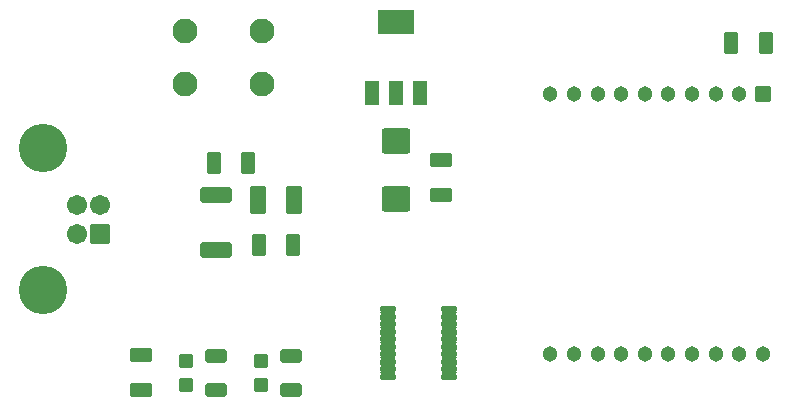
<source format=gbr>
G04 #@! TF.GenerationSoftware,KiCad,Pcbnew,6.0.9-8da3e8f707~117~ubuntu20.04.1*
G04 #@! TF.CreationDate,2022-12-12T10:08:11+01:00*
G04 #@! TF.ProjectId,Adaptateur,41646170-7461-4746-9575-722e6b696361,rev?*
G04 #@! TF.SameCoordinates,Original*
G04 #@! TF.FileFunction,Soldermask,Top*
G04 #@! TF.FilePolarity,Negative*
%FSLAX46Y46*%
G04 Gerber Fmt 4.6, Leading zero omitted, Abs format (unit mm)*
G04 Created by KiCad (PCBNEW 6.0.9-8da3e8f707~117~ubuntu20.04.1) date 2022-12-12 10:08:11*
%MOMM*%
%LPD*%
G01*
G04 APERTURE LIST*
G04 Aperture macros list*
%AMRoundRect*
0 Rectangle with rounded corners*
0 $1 Rounding radius*
0 $2 $3 $4 $5 $6 $7 $8 $9 X,Y pos of 4 corners*
0 Add a 4 corners polygon primitive as box body*
4,1,4,$2,$3,$4,$5,$6,$7,$8,$9,$2,$3,0*
0 Add four circle primitives for the rounded corners*
1,1,$1+$1,$2,$3*
1,1,$1+$1,$4,$5*
1,1,$1+$1,$6,$7*
1,1,$1+$1,$8,$9*
0 Add four rect primitives between the rounded corners*
20,1,$1+$1,$2,$3,$4,$5,0*
20,1,$1+$1,$4,$5,$6,$7,0*
20,1,$1+$1,$6,$7,$8,$9,0*
20,1,$1+$1,$8,$9,$2,$3,0*%
G04 Aperture macros list end*
%ADD10RoundRect,0.051000X-0.800000X0.800000X-0.800000X-0.800000X0.800000X-0.800000X0.800000X0.800000X0*%
%ADD11C,1.702000*%
%ADD12C,4.102000*%
%ADD13RoundRect,0.301000X-0.325000X-0.650000X0.325000X-0.650000X0.325000X0.650000X-0.325000X0.650000X0*%
%ADD14RoundRect,0.301000X-0.412500X-0.925000X0.412500X-0.925000X0.412500X0.925000X-0.412500X0.925000X0*%
%ADD15RoundRect,0.301000X0.650000X-0.325000X0.650000X0.325000X-0.650000X0.325000X-0.650000X-0.325000X0*%
%ADD16RoundRect,0.301000X0.325000X0.650000X-0.325000X0.650000X-0.325000X-0.650000X0.325000X-0.650000X0*%
%ADD17RoundRect,0.301000X-0.925000X0.787500X-0.925000X-0.787500X0.925000X-0.787500X0.925000X0.787500X0*%
%ADD18RoundRect,0.051000X-0.500000X0.500000X-0.500000X-0.500000X0.500000X-0.500000X0.500000X0.500000X0*%
%ADD19RoundRect,0.301000X-1.075000X0.362500X-1.075000X-0.362500X1.075000X-0.362500X1.075000X0.362500X0*%
%ADD20RoundRect,0.301000X0.625000X-0.312500X0.625000X0.312500X-0.625000X0.312500X-0.625000X-0.312500X0*%
%ADD21RoundRect,0.301000X-0.650000X0.325000X-0.650000X-0.325000X0.650000X-0.325000X0.650000X0.325000X0*%
%ADD22C,2.102000*%
%ADD23RoundRect,0.051000X0.600000X0.200000X-0.600000X0.200000X-0.600000X-0.200000X0.600000X-0.200000X0*%
%ADD24RoundRect,0.051000X-0.600000X0.600000X-0.600000X-0.600000X0.600000X-0.600000X0.600000X0.600000X0*%
%ADD25C,1.302000*%
%ADD26RoundRect,0.051000X0.500000X-1.000000X0.500000X1.000000X-0.500000X1.000000X-0.500000X-1.000000X0*%
%ADD27RoundRect,0.051000X1.500000X-1.000000X1.500000X1.000000X-1.500000X1.000000X-1.500000X-1.000000X0*%
G04 APERTURE END LIST*
D10*
X68000000Y-92000000D03*
D11*
X68000000Y-89500000D03*
X66000000Y-89500000D03*
X66000000Y-92000000D03*
D12*
X63140000Y-84750000D03*
X63140000Y-96750000D03*
D13*
X81385000Y-92950000D03*
X84335000Y-92950000D03*
X77575000Y-85965000D03*
X80525000Y-85965000D03*
D14*
X81322500Y-89140000D03*
X84397500Y-89140000D03*
D15*
X96830000Y-88710000D03*
X96830000Y-85760000D03*
D16*
X124340000Y-75805000D03*
X121390000Y-75805000D03*
D17*
X93020000Y-84137500D03*
X93020000Y-89062500D03*
D18*
X75240000Y-102745000D03*
X75240000Y-104745000D03*
X81590000Y-102745000D03*
X81590000Y-104745000D03*
D19*
X77780000Y-88732500D03*
X77780000Y-93357500D03*
D20*
X77780000Y-105207500D03*
X77780000Y-102282500D03*
X84130000Y-105207500D03*
X84130000Y-102282500D03*
D21*
X71430000Y-102233500D03*
X71430000Y-105183500D03*
D22*
X75165000Y-74825000D03*
X81665000Y-74825000D03*
X81665000Y-79325000D03*
X75165000Y-79325000D03*
D23*
X97525000Y-104062500D03*
X97525000Y-103427500D03*
X97525000Y-102792500D03*
X97525000Y-102157500D03*
X97525000Y-101522500D03*
X97525000Y-100887500D03*
X97525000Y-100252500D03*
X97525000Y-99617500D03*
X97525000Y-98982500D03*
X97525000Y-98347500D03*
X92325000Y-98347500D03*
X92325000Y-98982500D03*
X92325000Y-99617500D03*
X92325000Y-100252500D03*
X92325000Y-100887500D03*
X92325000Y-101522500D03*
X92325000Y-102157500D03*
X92325000Y-102792500D03*
X92325000Y-103427500D03*
X92325000Y-104062500D03*
D24*
X124080000Y-80140000D03*
D25*
X122080000Y-80140000D03*
X120080000Y-80140000D03*
X118080000Y-80140000D03*
X116080000Y-80140000D03*
X114080000Y-80140000D03*
X112080000Y-80140000D03*
X110080000Y-80140000D03*
X108080000Y-80140000D03*
X106080000Y-80140000D03*
X106080000Y-102140000D03*
X108080000Y-102140000D03*
X110080000Y-102140000D03*
X112080000Y-102140000D03*
X114080000Y-102140000D03*
X116080000Y-102140000D03*
X118080000Y-102140000D03*
X120080000Y-102140000D03*
X122080000Y-102140000D03*
X124080000Y-102140000D03*
D26*
X91020000Y-80075000D03*
D27*
X93020000Y-74075000D03*
D26*
X93020000Y-80075000D03*
X95020000Y-80075000D03*
G36*
X96895267Y-103665386D02*
G01*
X96906262Y-103672733D01*
X96925199Y-103676500D01*
X98124801Y-103676500D01*
X98143738Y-103672733D01*
X98154733Y-103665386D01*
X98156729Y-103665255D01*
X98157840Y-103666918D01*
X98157507Y-103668160D01*
X98151985Y-103676425D01*
X98131205Y-103742789D01*
X98151994Y-103813589D01*
X98157507Y-103821840D01*
X98157638Y-103823836D01*
X98155975Y-103824947D01*
X98154733Y-103824614D01*
X98143738Y-103817267D01*
X98124801Y-103813500D01*
X96925199Y-103813500D01*
X96906262Y-103817267D01*
X96895267Y-103824614D01*
X96893271Y-103824745D01*
X96892160Y-103823082D01*
X96892493Y-103821840D01*
X96898015Y-103813575D01*
X96918795Y-103747211D01*
X96898006Y-103676411D01*
X96892493Y-103668160D01*
X96892362Y-103666164D01*
X96894025Y-103665053D01*
X96895267Y-103665386D01*
G37*
G36*
X91695267Y-103665386D02*
G01*
X91706262Y-103672733D01*
X91725199Y-103676500D01*
X92924801Y-103676500D01*
X92943738Y-103672733D01*
X92954733Y-103665386D01*
X92956729Y-103665255D01*
X92957840Y-103666918D01*
X92957507Y-103668160D01*
X92951985Y-103676425D01*
X92931205Y-103742789D01*
X92951994Y-103813589D01*
X92957507Y-103821840D01*
X92957638Y-103823836D01*
X92955975Y-103824947D01*
X92954733Y-103824614D01*
X92943738Y-103817267D01*
X92924801Y-103813500D01*
X91725199Y-103813500D01*
X91706262Y-103817267D01*
X91695267Y-103824614D01*
X91693271Y-103824745D01*
X91692160Y-103823082D01*
X91692493Y-103821840D01*
X91698015Y-103813575D01*
X91718795Y-103747211D01*
X91698006Y-103676411D01*
X91692493Y-103668160D01*
X91692362Y-103666164D01*
X91694025Y-103665053D01*
X91695267Y-103665386D01*
G37*
G36*
X96895267Y-103030386D02*
G01*
X96906262Y-103037733D01*
X96925199Y-103041500D01*
X98124801Y-103041500D01*
X98143738Y-103037733D01*
X98154733Y-103030386D01*
X98156729Y-103030255D01*
X98157840Y-103031918D01*
X98157507Y-103033160D01*
X98151985Y-103041425D01*
X98131205Y-103107789D01*
X98151994Y-103178589D01*
X98157507Y-103186840D01*
X98157638Y-103188836D01*
X98155975Y-103189947D01*
X98154733Y-103189614D01*
X98143738Y-103182267D01*
X98124801Y-103178500D01*
X96925199Y-103178500D01*
X96906262Y-103182267D01*
X96895267Y-103189614D01*
X96893271Y-103189745D01*
X96892160Y-103188082D01*
X96892493Y-103186840D01*
X96898015Y-103178575D01*
X96918795Y-103112211D01*
X96898006Y-103041411D01*
X96892493Y-103033160D01*
X96892362Y-103031164D01*
X96894025Y-103030053D01*
X96895267Y-103030386D01*
G37*
G36*
X91695267Y-103030386D02*
G01*
X91706262Y-103037733D01*
X91725199Y-103041500D01*
X92924801Y-103041500D01*
X92943738Y-103037733D01*
X92954733Y-103030386D01*
X92956729Y-103030255D01*
X92957840Y-103031918D01*
X92957507Y-103033160D01*
X92951985Y-103041425D01*
X92931205Y-103107789D01*
X92951994Y-103178589D01*
X92957507Y-103186840D01*
X92957638Y-103188836D01*
X92955975Y-103189947D01*
X92954733Y-103189614D01*
X92943738Y-103182267D01*
X92924801Y-103178500D01*
X91725199Y-103178500D01*
X91706262Y-103182267D01*
X91695267Y-103189614D01*
X91693271Y-103189745D01*
X91692160Y-103188082D01*
X91692493Y-103186840D01*
X91698015Y-103178575D01*
X91718795Y-103112211D01*
X91698006Y-103041411D01*
X91692493Y-103033160D01*
X91692362Y-103031164D01*
X91694025Y-103030053D01*
X91695267Y-103030386D01*
G37*
G36*
X96895267Y-102395386D02*
G01*
X96906262Y-102402733D01*
X96925199Y-102406500D01*
X98124801Y-102406500D01*
X98143738Y-102402733D01*
X98154733Y-102395386D01*
X98156729Y-102395255D01*
X98157840Y-102396918D01*
X98157507Y-102398160D01*
X98151985Y-102406425D01*
X98131205Y-102472789D01*
X98151994Y-102543589D01*
X98157507Y-102551840D01*
X98157638Y-102553836D01*
X98155975Y-102554947D01*
X98154733Y-102554614D01*
X98143738Y-102547267D01*
X98124801Y-102543500D01*
X96925199Y-102543500D01*
X96906262Y-102547267D01*
X96895267Y-102554614D01*
X96893271Y-102554745D01*
X96892160Y-102553082D01*
X96892493Y-102551840D01*
X96898015Y-102543575D01*
X96918795Y-102477211D01*
X96898006Y-102406411D01*
X96892493Y-102398160D01*
X96892362Y-102396164D01*
X96894025Y-102395053D01*
X96895267Y-102395386D01*
G37*
G36*
X91695267Y-102395386D02*
G01*
X91706262Y-102402733D01*
X91725199Y-102406500D01*
X92924801Y-102406500D01*
X92943738Y-102402733D01*
X92954733Y-102395386D01*
X92956729Y-102395255D01*
X92957840Y-102396918D01*
X92957507Y-102398160D01*
X92951985Y-102406425D01*
X92931205Y-102472789D01*
X92951994Y-102543589D01*
X92957507Y-102551840D01*
X92957638Y-102553836D01*
X92955975Y-102554947D01*
X92954733Y-102554614D01*
X92943738Y-102547267D01*
X92924801Y-102543500D01*
X91725199Y-102543500D01*
X91706262Y-102547267D01*
X91695267Y-102554614D01*
X91693271Y-102554745D01*
X91692160Y-102553082D01*
X91692493Y-102551840D01*
X91698015Y-102543575D01*
X91718795Y-102477211D01*
X91698006Y-102406411D01*
X91692493Y-102398160D01*
X91692362Y-102396164D01*
X91694025Y-102395053D01*
X91695267Y-102395386D01*
G37*
G36*
X91695267Y-101760386D02*
G01*
X91706262Y-101767733D01*
X91725199Y-101771500D01*
X92924801Y-101771500D01*
X92943738Y-101767733D01*
X92954733Y-101760386D01*
X92956729Y-101760255D01*
X92957840Y-101761918D01*
X92957507Y-101763160D01*
X92951985Y-101771425D01*
X92931205Y-101837789D01*
X92951994Y-101908589D01*
X92957507Y-101916840D01*
X92957638Y-101918836D01*
X92955975Y-101919947D01*
X92954733Y-101919614D01*
X92943738Y-101912267D01*
X92924801Y-101908500D01*
X91725199Y-101908500D01*
X91706262Y-101912267D01*
X91695267Y-101919614D01*
X91693271Y-101919745D01*
X91692160Y-101918082D01*
X91692493Y-101916840D01*
X91698015Y-101908575D01*
X91718795Y-101842211D01*
X91698006Y-101771411D01*
X91692493Y-101763160D01*
X91692362Y-101761164D01*
X91694025Y-101760053D01*
X91695267Y-101760386D01*
G37*
G36*
X96895267Y-101760386D02*
G01*
X96906262Y-101767733D01*
X96925199Y-101771500D01*
X98124801Y-101771500D01*
X98143738Y-101767733D01*
X98154733Y-101760386D01*
X98156729Y-101760255D01*
X98157840Y-101761918D01*
X98157507Y-101763160D01*
X98151985Y-101771425D01*
X98131205Y-101837789D01*
X98151994Y-101908589D01*
X98157507Y-101916840D01*
X98157638Y-101918836D01*
X98155975Y-101919947D01*
X98154733Y-101919614D01*
X98143738Y-101912267D01*
X98124801Y-101908500D01*
X96925199Y-101908500D01*
X96906262Y-101912267D01*
X96895267Y-101919614D01*
X96893271Y-101919745D01*
X96892160Y-101918082D01*
X96892493Y-101916840D01*
X96898015Y-101908575D01*
X96918795Y-101842211D01*
X96898006Y-101771411D01*
X96892493Y-101763160D01*
X96892362Y-101761164D01*
X96894025Y-101760053D01*
X96895267Y-101760386D01*
G37*
G36*
X96895267Y-101125386D02*
G01*
X96906262Y-101132733D01*
X96925199Y-101136500D01*
X98124801Y-101136500D01*
X98143738Y-101132733D01*
X98154733Y-101125386D01*
X98156729Y-101125255D01*
X98157840Y-101126918D01*
X98157507Y-101128160D01*
X98151985Y-101136425D01*
X98131205Y-101202789D01*
X98151994Y-101273589D01*
X98157507Y-101281840D01*
X98157638Y-101283836D01*
X98155975Y-101284947D01*
X98154733Y-101284614D01*
X98143738Y-101277267D01*
X98124801Y-101273500D01*
X96925199Y-101273500D01*
X96906262Y-101277267D01*
X96895267Y-101284614D01*
X96893271Y-101284745D01*
X96892160Y-101283082D01*
X96892493Y-101281840D01*
X96898015Y-101273575D01*
X96918795Y-101207211D01*
X96898006Y-101136411D01*
X96892493Y-101128160D01*
X96892362Y-101126164D01*
X96894025Y-101125053D01*
X96895267Y-101125386D01*
G37*
G36*
X91695267Y-101125386D02*
G01*
X91706262Y-101132733D01*
X91725199Y-101136500D01*
X92924801Y-101136500D01*
X92943738Y-101132733D01*
X92954733Y-101125386D01*
X92956729Y-101125255D01*
X92957840Y-101126918D01*
X92957507Y-101128160D01*
X92951985Y-101136425D01*
X92931205Y-101202789D01*
X92951994Y-101273589D01*
X92957507Y-101281840D01*
X92957638Y-101283836D01*
X92955975Y-101284947D01*
X92954733Y-101284614D01*
X92943738Y-101277267D01*
X92924801Y-101273500D01*
X91725199Y-101273500D01*
X91706262Y-101277267D01*
X91695267Y-101284614D01*
X91693271Y-101284745D01*
X91692160Y-101283082D01*
X91692493Y-101281840D01*
X91698015Y-101273575D01*
X91718795Y-101207211D01*
X91698006Y-101136411D01*
X91692493Y-101128160D01*
X91692362Y-101126164D01*
X91694025Y-101125053D01*
X91695267Y-101125386D01*
G37*
G36*
X96895267Y-100490386D02*
G01*
X96906262Y-100497733D01*
X96925199Y-100501500D01*
X98124801Y-100501500D01*
X98143738Y-100497733D01*
X98154733Y-100490386D01*
X98156729Y-100490255D01*
X98157840Y-100491918D01*
X98157507Y-100493160D01*
X98151985Y-100501425D01*
X98131205Y-100567789D01*
X98151994Y-100638589D01*
X98157507Y-100646840D01*
X98157638Y-100648836D01*
X98155975Y-100649947D01*
X98154733Y-100649614D01*
X98143738Y-100642267D01*
X98124801Y-100638500D01*
X96925199Y-100638500D01*
X96906262Y-100642267D01*
X96895267Y-100649614D01*
X96893271Y-100649745D01*
X96892160Y-100648082D01*
X96892493Y-100646840D01*
X96898015Y-100638575D01*
X96918795Y-100572211D01*
X96898006Y-100501411D01*
X96892493Y-100493160D01*
X96892362Y-100491164D01*
X96894025Y-100490053D01*
X96895267Y-100490386D01*
G37*
G36*
X91695267Y-100490386D02*
G01*
X91706262Y-100497733D01*
X91725199Y-100501500D01*
X92924801Y-100501500D01*
X92943738Y-100497733D01*
X92954733Y-100490386D01*
X92956729Y-100490255D01*
X92957840Y-100491918D01*
X92957507Y-100493160D01*
X92951985Y-100501425D01*
X92931205Y-100567789D01*
X92951994Y-100638589D01*
X92957507Y-100646840D01*
X92957638Y-100648836D01*
X92955975Y-100649947D01*
X92954733Y-100649614D01*
X92943738Y-100642267D01*
X92924801Y-100638500D01*
X91725199Y-100638500D01*
X91706262Y-100642267D01*
X91695267Y-100649614D01*
X91693271Y-100649745D01*
X91692160Y-100648082D01*
X91692493Y-100646840D01*
X91698015Y-100638575D01*
X91718795Y-100572211D01*
X91698006Y-100501411D01*
X91692493Y-100493160D01*
X91692362Y-100491164D01*
X91694025Y-100490053D01*
X91695267Y-100490386D01*
G37*
G36*
X96895267Y-99855386D02*
G01*
X96906262Y-99862733D01*
X96925199Y-99866500D01*
X98124801Y-99866500D01*
X98143738Y-99862733D01*
X98154733Y-99855386D01*
X98156729Y-99855255D01*
X98157840Y-99856918D01*
X98157507Y-99858160D01*
X98151985Y-99866425D01*
X98131205Y-99932789D01*
X98151994Y-100003589D01*
X98157507Y-100011840D01*
X98157638Y-100013836D01*
X98155975Y-100014947D01*
X98154733Y-100014614D01*
X98143738Y-100007267D01*
X98124801Y-100003500D01*
X96925199Y-100003500D01*
X96906262Y-100007267D01*
X96895267Y-100014614D01*
X96893271Y-100014745D01*
X96892160Y-100013082D01*
X96892493Y-100011840D01*
X96898015Y-100003575D01*
X96918795Y-99937211D01*
X96898006Y-99866411D01*
X96892493Y-99858160D01*
X96892362Y-99856164D01*
X96894025Y-99855053D01*
X96895267Y-99855386D01*
G37*
G36*
X91695267Y-99855386D02*
G01*
X91706262Y-99862733D01*
X91725199Y-99866500D01*
X92924801Y-99866500D01*
X92943738Y-99862733D01*
X92954733Y-99855386D01*
X92956729Y-99855255D01*
X92957840Y-99856918D01*
X92957507Y-99858160D01*
X92951985Y-99866425D01*
X92931205Y-99932789D01*
X92951994Y-100003589D01*
X92957507Y-100011840D01*
X92957638Y-100013836D01*
X92955975Y-100014947D01*
X92954733Y-100014614D01*
X92943738Y-100007267D01*
X92924801Y-100003500D01*
X91725199Y-100003500D01*
X91706262Y-100007267D01*
X91695267Y-100014614D01*
X91693271Y-100014745D01*
X91692160Y-100013082D01*
X91692493Y-100011840D01*
X91698015Y-100003575D01*
X91718795Y-99937211D01*
X91698006Y-99866411D01*
X91692493Y-99858160D01*
X91692362Y-99856164D01*
X91694025Y-99855053D01*
X91695267Y-99855386D01*
G37*
G36*
X96895267Y-99220386D02*
G01*
X96906262Y-99227733D01*
X96925199Y-99231500D01*
X98124801Y-99231500D01*
X98143738Y-99227733D01*
X98154733Y-99220386D01*
X98156729Y-99220255D01*
X98157840Y-99221918D01*
X98157507Y-99223160D01*
X98151985Y-99231425D01*
X98131205Y-99297789D01*
X98151994Y-99368589D01*
X98157507Y-99376840D01*
X98157638Y-99378836D01*
X98155975Y-99379947D01*
X98154733Y-99379614D01*
X98143738Y-99372267D01*
X98124801Y-99368500D01*
X96925199Y-99368500D01*
X96906262Y-99372267D01*
X96895267Y-99379614D01*
X96893271Y-99379745D01*
X96892160Y-99378082D01*
X96892493Y-99376840D01*
X96898015Y-99368575D01*
X96918795Y-99302211D01*
X96898006Y-99231411D01*
X96892493Y-99223160D01*
X96892362Y-99221164D01*
X96894025Y-99220053D01*
X96895267Y-99220386D01*
G37*
G36*
X91695267Y-99220386D02*
G01*
X91706262Y-99227733D01*
X91725199Y-99231500D01*
X92924801Y-99231500D01*
X92943738Y-99227733D01*
X92954733Y-99220386D01*
X92956729Y-99220255D01*
X92957840Y-99221918D01*
X92957507Y-99223160D01*
X92951985Y-99231425D01*
X92931205Y-99297789D01*
X92951994Y-99368589D01*
X92957507Y-99376840D01*
X92957638Y-99378836D01*
X92955975Y-99379947D01*
X92954733Y-99379614D01*
X92943738Y-99372267D01*
X92924801Y-99368500D01*
X91725199Y-99368500D01*
X91706262Y-99372267D01*
X91695267Y-99379614D01*
X91693271Y-99379745D01*
X91692160Y-99378082D01*
X91692493Y-99376840D01*
X91698015Y-99368575D01*
X91718795Y-99302211D01*
X91698006Y-99231411D01*
X91692493Y-99223160D01*
X91692362Y-99221164D01*
X91694025Y-99220053D01*
X91695267Y-99220386D01*
G37*
G36*
X91695267Y-98585386D02*
G01*
X91706262Y-98592733D01*
X91725199Y-98596500D01*
X92924801Y-98596500D01*
X92943738Y-98592733D01*
X92954733Y-98585386D01*
X92956729Y-98585255D01*
X92957840Y-98586918D01*
X92957507Y-98588160D01*
X92951985Y-98596425D01*
X92931205Y-98662789D01*
X92951994Y-98733589D01*
X92957507Y-98741840D01*
X92957638Y-98743836D01*
X92955975Y-98744947D01*
X92954733Y-98744614D01*
X92943738Y-98737267D01*
X92924801Y-98733500D01*
X91725199Y-98733500D01*
X91706262Y-98737267D01*
X91695267Y-98744614D01*
X91693271Y-98744745D01*
X91692160Y-98743082D01*
X91692493Y-98741840D01*
X91698015Y-98733575D01*
X91718795Y-98667211D01*
X91698006Y-98596411D01*
X91692493Y-98588160D01*
X91692362Y-98586164D01*
X91694025Y-98585053D01*
X91695267Y-98585386D01*
G37*
G36*
X96895267Y-98585386D02*
G01*
X96906262Y-98592733D01*
X96925199Y-98596500D01*
X98124801Y-98596500D01*
X98143738Y-98592733D01*
X98154733Y-98585386D01*
X98156729Y-98585255D01*
X98157840Y-98586918D01*
X98157507Y-98588160D01*
X98151985Y-98596425D01*
X98131205Y-98662789D01*
X98151994Y-98733589D01*
X98157507Y-98741840D01*
X98157638Y-98743836D01*
X98155975Y-98744947D01*
X98154733Y-98744614D01*
X98143738Y-98737267D01*
X98124801Y-98733500D01*
X96925199Y-98733500D01*
X96906262Y-98737267D01*
X96895267Y-98744614D01*
X96893271Y-98744745D01*
X96892160Y-98743082D01*
X96892493Y-98741840D01*
X96898015Y-98733575D01*
X96918795Y-98667211D01*
X96898006Y-98596411D01*
X96892493Y-98588160D01*
X96892362Y-98586164D01*
X96894025Y-98585053D01*
X96895267Y-98585386D01*
G37*
M02*

</source>
